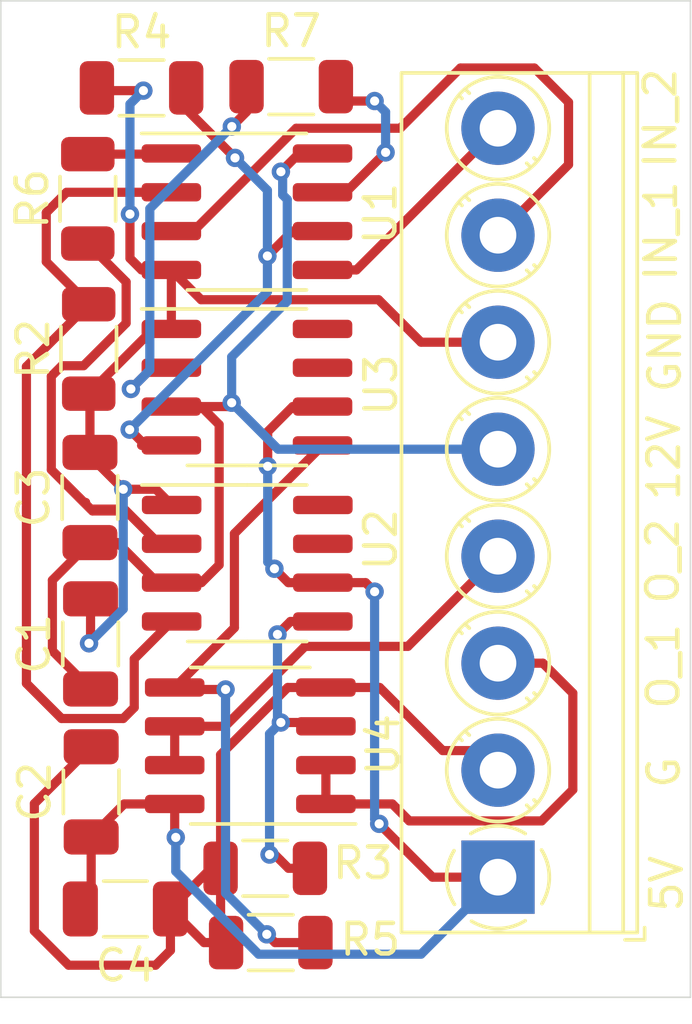
<source format=kicad_pcb>
(kicad_pcb (version 20221018) (generator pcbnew)
  (layers (0 "F.Cu" signal) (31 "B.Cu" signal) (34 "B.Paste" user) (35 "F.Paste" user) (36 "B.SilkS" user "B.Silkscreen") (37 "F.SilkS" user "F.Silkscreen") (38 "B.Mask" user) (39 "F.Mask" user) (44 "Edge.Cuts" user))
  (net 0 "")
  (net 1 "/12V_IN")
  (net 2 "GND")
  (net 3 "/5V(MCU)")
  (net 4 "GNDREF")
  (net 5 "/SIG_OUT_1")
  (net 6 "/SIG_OUT_2")
  (net 7 "/SIG_IN_1")
  (net 8 "/SIG_IN_2")
  (net 9 "Net-(U1A--)")
  (net 10 "Net-(U4A-+)")
  (net 11 "Net-(U1B--)")
  (net 12 "Net-(U4B-+)")
  (net 13 "Net-(R6-Pad1)")
  (net 14 "Net-(R6-Pad2)")
  (net 15 "Net-(R7-Pad1)")
  (net 16 "Net-(R7-Pad2)")
  (footprint "Package_SO:SOIC-8_3.9x4.9mm_P1.27mm" (layer "F.Cu") (at 75.23 54.54)
    (fp_text reference "U1" (at 4.37 0.06 90) (layer "F.SilkS"))
    (fp_text value "LM358")
    (fp_line (start 0 -2.56) (end -3.45 -2.56) (stroke (width 0.12)) (layer "F.SilkS"))
    (fp_line (start 0 -2.56) (end 1.95 -2.56) (stroke (width 0.12)) (layer "F.SilkS"))
    (fp_line (start 0 2.56) (end -1.95 2.56) (stroke (width 0.12)) (layer "F.SilkS"))
    (fp_line (start 0 2.56) (end 1.95 2.56) (stroke (width 0.12)) (layer "F.SilkS"))
    (pad "1" smd roundrect (at -2.475 -1.905) (size 1.95 0.6) (layers "F.Cu" "F.Paste" "F.Mask") (net 14 "Net-(R6-Pad2)"))
    (pad "2" smd roundrect (at -2.475 -0.635) (size 1.95 0.6) (layers "F.Cu" "F.Paste" "F.Mask") (net 9 "Net-(U1A--)"))
    (pad "3" smd roundrect (at -2.475 0.635) (size 1.95 0.6) (layers "F.Cu" "F.Paste" "F.Mask") (net 7 "/SIG_IN_1"))
    (pad "4" smd roundrect (at -2.475 1.905) (size 1.95 0.6) (layers "F.Cu" "F.Paste" "F.Mask") (net 2 "GND"))
    (pad "5" smd roundrect (at 2.475 1.905) (size 1.95 0.6) (layers "F.Cu" "F.Paste" "F.Mask") (net 8 "/SIG_IN_2"))
    (pad "6" smd roundrect (at 2.475 0.635) (size 1.95 0.6) (layers "F.Cu" "F.Paste" "F.Mask") (net 11 "Net-(U1B--)"))
    (pad "7" smd roundrect (at 2.475 -0.635) (size 1.95 0.6) (layers "F.Cu" "F.Paste" "F.Mask") (net 16 "Net-(R7-Pad2)"))
    (pad "8" smd roundrect (at 2.475 -1.905) (size 1.95 0.6) (layers "F.Cu" "F.Paste" "F.Mask") (net 1 "/12V_IN"))
  )
  (footprint "TerminalBlock_Phoenix:TerminalBlock_Phoenix_PT-1,5-8-3.5-H_1x08_P3.50mm_Horizontal" (layer "F.Cu") (at 83.45 76.31 90)
    (fp_text reference "J1" hide)
    (fp_text value "Screw_Terminal_01x08" hide)
    (fp_line (start -2.05 4.16) (end -2.05 4.8) (stroke (width 0.12)) (layer "F.SilkS"))
    (fp_line (start -2.05 4.8) (end -1.65 4.8) (stroke (width 0.12)) (layer "F.SilkS"))
    (fp_line (start -1.81 -3.16) (end -1.81 4.56) (stroke (width 0.12)) (layer "F.SilkS"))
    (fp_line (start -1.81 -3.16) (end 26.31 -3.16) (stroke (width 0.12)) (layer "F.SilkS"))
    (fp_line (start -1.81 3) (end 26.31 3) (stroke (width 0.12)) (layer "F.SilkS"))
    (fp_line (start -1.81 4.1) (end 26.31 4.1) (stroke (width 0.12)) (layer "F.SilkS"))
    (fp_line (start -1.81 4.56) (end 26.31 4.56) (stroke (width 0.12)) (layer "F.SilkS"))
    (fp_line (start 2.355 0.941) (end 2.226 1.069) (stroke (width 0.12)) (layer "F.SilkS"))
    (fp_line (start 2.525 1.181) (end 2.431 1.274) (stroke (width 0.12)) (layer "F.SilkS"))
    (fp_line (start 4.57 -1.275) (end 4.476 -1.181) (stroke (width 0.12)) (layer "F.SilkS"))
    (fp_line (start 4.775 -1.069) (end 4.646 -0.941) (stroke (width 0.12)) (layer "F.SilkS"))
    (fp_line (start 5.855 0.941) (end 5.726 1.069) (stroke (width 0.12)) (layer "F.SilkS"))
    (fp_line (start 6.025 1.181) (end 5.931 1.274) (stroke (width 0.12)) (layer "F.SilkS"))
    (fp_line (start 8.07 -1.275) (end 7.976 -1.181) (stroke (width 0.12)) (layer "F.SilkS"))
    (fp_line (start 8.275 -1.069) (end 8.146 -0.941) (stroke (width 0.12)) (layer "F.SilkS"))
    (fp_line (start 9.355 0.941) (end 9.226 1.069) (stroke (width 0.12)) (layer "F.SilkS"))
    (fp_line (start 9.525 1.181) (end 9.431 1.274) (stroke (width 0.12)) (layer "F.SilkS"))
    (fp_line (start 11.57 -1.275) (end 11.476 -1.181) (stroke (width 0.12)) (layer "F.SilkS"))
    (fp_line (start 11.775 -1.069) (end 11.646 -0.941) (stroke (width 0.12)) (layer "F.SilkS"))
    (fp_line (start 12.855 0.941) (end 12.726 1.069) (stroke (width 0.12)) (layer "F.SilkS"))
    (fp_line (start 13.025 1.181) (end 12.931 1.274) (stroke (width 0.12)) (layer "F.SilkS"))
    (fp_line (start 15.07 -1.275) (end 14.976 -1.181) (stroke (width 0.12)) (layer "F.SilkS"))
    (fp_line (start 15.275 -1.069) (end 15.146 -0.941) (stroke (width 0.12)) (layer "F.SilkS"))
    (fp_line (start 16.355 0.941) (end 16.226 1.069) (stroke (width 0.12)) (layer "F.SilkS"))
    (fp_line (start 16.525 1.181) (end 16.431 1.274) (stroke (width 0.12)) (layer "F.SilkS"))
    (fp_line (start 18.57 -1.275) (end 18.476 -1.181) (stroke (width 0.12)) (layer "F.SilkS"))
    (fp_line (start 18.775 -1.069) (end 18.646 -0.941) (stroke (width 0.12)) (layer "F.SilkS"))
    (fp_line (start 19.855 0.941) (end 19.726 1.069) (stroke (width 0.12)) (layer "F.SilkS"))
    (fp_line (start 20.025 1.181) (end 19.931 1.274) (stroke (width 0.12)) (layer "F.SilkS"))
    (fp_line (start 22.07 -1.275) (end 21.976 -1.181) (stroke (width 0.12)) (layer "F.SilkS"))
    (fp_line (start 22.275 -1.069) (end 22.146 -0.941) (stroke (width 0.12)) (layer "F.SilkS"))
    (fp_line (start 23.355 0.941) (end 23.226 1.069) (stroke (width 0.12)) (layer "F.SilkS"))
    (fp_line (start 23.525 1.181) (end 23.431 1.274) (stroke (width 0.12)) (layer "F.SilkS"))
    (fp_line (start 25.57 -1.275) (end 25.476 -1.181) (stroke (width 0.12)) (layer "F.SilkS"))
    (fp_line (start 25.775 -1.069) (end 25.646 -0.941) (stroke (width 0.12)) (layer "F.SilkS"))
    (fp_line (start 26.31 -3.16) (end 26.31 4.56) (stroke (width 0.12)) (layer "F.SilkS"))
    (fp_arc (start -1.425358 0.889894) (mid -1.680286 0.014012) (end -1.44 -0.866) (stroke (width 0.12)) (layer "F.SilkS"))
    (fp_arc (start -0.889894 -1.425358) (mid -0.014012 -1.680286) (end 0.866 -1.44) (stroke (width 0.12)) (layer "F.SilkS"))
    (fp_arc (start 0.028674 1.680099) (mid -0.435535 1.622918) (end -0.866 1.44) (stroke (width 0.12)) (layer "F.SilkS"))
    (fp_arc (start 0.890264 1.424721) (mid 0.463071 1.61492) (end 0 1.68) (stroke (width 0.12)) (layer "F.SilkS"))
    (fp_arc (start 1.425504 -0.890193) (mid 1.680626 0.000476) (end 1.425 0.891) (stroke (width 0.12)) (layer "F.SilkS"))
    (fp_circle (center 3.5 0) (end 5.18 0) (stroke (width 0.12)) (fill none) (layer "F.SilkS"))
    (fp_circle (center 7 0) (end 8.68 0) (stroke (width 0.12)) (fill none) (layer "F.SilkS"))
    (fp_circle (center 10.5 0) (end 12.18 0) (stroke (width 0.12)) (fill none) (layer "F.SilkS"))
    (fp_circle (center 14 0) (end 15.68 0) (stroke (width 0.12)) (fill none) (layer "F.SilkS"))
    (fp_circle (center 17.5 0) (end 19.18 0) (stroke (width 0.12)) (fill none) (layer "F.SilkS"))
    (fp_circle (center 21 0) (end 22.68 0) (stroke (width 0.12)) (fill none) (layer "F.SilkS"))
    (fp_circle (center 24.5 0) (end 26.18 0) (stroke (width 0.12)) (fill none) (layer "F.SilkS"))
    (pad "1" thru_hole rect (at 0 0 90) (size 2.4 2.4) (drill 1.2) (layers "*.Cu" "*.Mask") (net 3 "/5V(MCU)"))
    (pad "2" thru_hole circle (at 3.5 0 90) (size 2.4 2.4) (drill 1.2) (layers "*.Cu" "*.Mask") (net 4 "GNDREF"))
    (pad "3" thru_hole circle (at 7 0 90) (size 2.4 2.4) (drill 1.2) (layers "*.Cu" "*.Mask") (net 5 "/SIG_OUT_1"))
    (pad "4" thru_hole circle (at 10.5 0 90) (size 2.4 2.4) (drill 1.2) (layers "*.Cu" "*.Mask") (net 6 "/SIG_OUT_2"))
    (pad "5" thru_hole circle (at 14 0 90) (size 2.4 2.4) (drill 1.2) (layers "*.Cu" "*.Mask") (net 1 "/12V_IN"))
    (pad "6" thru_hole circle (at 17.5 0 90) (size 2.4 2.4) (drill 1.2) (layers "*.Cu" "*.Mask") (net 2 "GND"))
    (pad "7" thru_hole circle (at 21 0 90) (size 2.4 2.4) (drill 1.2) (layers "*.Cu" "*.Mask") (net 7 "/SIG_IN_1"))
    (pad "8" thru_hole circle (at 24.5 0 90) (size 2.4 2.4) (drill 1.2) (layers "*.Cu" "*.Mask") (net 8 "/SIG_IN_2"))
  )
  (footprint "Package_SO:SOIC-8_3.9x4.9mm_P1.27mm" (layer "F.Cu") (at 75.34 72.01 180)
    (fp_text reference "U4" (at -4.35 0.03 90) (layer "F.SilkS"))
    (fp_text value "LM358")
    (fp_line (start 0 -2.56) (end -3.45 -2.56) (stroke (width 0.12)) (layer "F.SilkS"))
    (fp_line (start 0 -2.56) (end 1.95 -2.56) (stroke (width 0.12)) (layer "F.SilkS"))
    (fp_line (start 0 2.56) (end -1.95 2.56) (stroke (width 0.12)) (layer "F.SilkS"))
    (fp_line (start 0 2.56) (end 1.95 2.56) (stroke (width 0.12)) (layer "F.SilkS"))
    (pad "1" smd roundrect (at -2.475 -1.905 180) (size 1.95 0.6) (layers "F.Cu" "F.Paste" "F.Mask") (net 5 "/SIG_OUT_1"))
    (pad "2" smd roundrect (at -2.475 -0.635 180) (size 1.95 0.6) (layers "F.Cu" "F.Paste" "F.Mask") (net 5 "/SIG_OUT_1"))
    (pad "3" smd roundrect (at -2.475 0.635 180) (size 1.95 0.6) (layers "F.Cu" "F.Paste" "F.Mask") (net 10 "Net-(U4A-+)"))
    (pad "4" smd roundrect (at -2.475 1.905 180) (size 1.95 0.6) (layers "F.Cu" "F.Paste" "F.Mask") (net 4 "GNDREF"))
    (pad "5" smd roundrect (at 2.475 1.905 180) (size 1.95 0.6) (layers "F.Cu" "F.Paste" "F.Mask") (net 12 "Net-(U4B-+)"))
    (pad "6" smd roundrect (at 2.475 0.635 180) (size 1.95 0.6) (layers "F.Cu" "F.Paste" "F.Mask") (net 6 "/SIG_OUT_2"))
    (pad "7" smd roundrect (at 2.475 -0.635 180) (size 1.95 0.6) (layers "F.Cu" "F.Paste" "F.Mask") (net 6 "/SIG_OUT_2"))
    (pad "8" smd roundrect (at 2.475 -1.905 180) (size 1.95 0.6) (layers "F.Cu" "F.Paste" "F.Mask") (net 3 "/5V(MCU)"))
  )
  (footprint "Package_SO:SOIC-8_3.9x4.9mm_P1.27mm" (layer "F.Cu") (at 75.23 60.28)
    (fp_text reference "U3" (at 4.39 -0.07 90) (layer "F.SilkS"))
    (fp_text value "IL300")
    (fp_line (start 0 -2.56) (end -3.45 -2.56) (stroke (width 0.12)) (layer "F.SilkS"))
    (fp_line (start 0 -2.56) (end 1.95 -2.56) (stroke (width 0.12)) (layer "F.SilkS"))
    (fp_line (start 0 2.56) (end -1.95 2.56) (stroke (width 0.12)) (layer "F.SilkS"))
    (fp_line (start 0 2.56) (end 1.95 2.56) (stroke (width 0.12)) (layer "F.SilkS"))
    (pad "1" smd roundrect (at -2.475 -1.905) (size 1.95 0.6) (layers "F.Cu" "F.Paste" "F.Mask") (net 2 "GND"))
    (pad "2" smd roundrect (at -2.475 -0.635) (size 1.95 0.6) (layers "F.Cu" "F.Paste" "F.Mask") (net 15 "Net-(R7-Pad1)"))
    (pad "3" smd roundrect (at -2.475 0.635) (size 1.95 0.6) (layers "F.Cu" "F.Paste" "F.Mask") (net 1 "/12V_IN"))
    (pad "4" smd roundrect (at -2.475 1.905) (size 1.95 0.6) (layers "F.Cu" "F.Paste" "F.Mask") (net 11 "Net-(U1B--)"))
    (pad "5" smd roundrect (at 2.475 1.905) (size 1.95 0.6) (layers "F.Cu" "F.Paste" "F.Mask") (net 12 "Net-(U4B-+)"))
    (pad "6" smd roundrect (at 2.475 0.635) (size 1.95 0.6) (layers "F.Cu" "F.Paste" "F.Mask") (net 3 "/5V(MCU)"))
    (pad "7" smd roundrect (at 2.475 -0.635) (size 1.95 0.6) (layers "F.Cu" "F.Paste" "F.Mask"))
    (pad "8" smd roundrect (at 2.475 -1.905) (size 1.95 0.6) (layers "F.Cu" "F.Paste" "F.Mask"))
  )
  (footprint "Resistor_SMD:R_1206_3216Metric" (layer "F.Cu") (at 70.05 59.03 90)
    (fp_text reference "R2" (at 0 -1.82 90) (layer "F.SilkS"))
    (fp_text value "18k")
    (fp_line (start -0.727064 -0.91) (end 0.727064 -0.91) (stroke (width 0.12)) (layer "F.SilkS"))
    (fp_line (start -0.727064 0.91) (end 0.727064 0.91) (stroke (width 0.12)) (layer "F.SilkS"))
    (pad "1" smd roundrect (at -1.4625 0 90) (size 1.125 1.75) (layers "F.Cu" "F.Paste" "F.Mask") (roundrect_rratio 0.222222) (net 2 "GND"))
    (pad "2" smd roundrect (at 1.4625 0 90) (size 1.125 1.75) (layers "F.Cu" "F.Paste" "F.Mask") (roundrect_rratio 0.222222) (net 9 "Net-(U1A--)"))
  )
  (footprint "Capacitor_SMD:C_1206_3216Metric" (layer "F.Cu") (at 70.13 73.52 90)
    (fp_text reference "C2" (at 0 -1.85 90) (layer "F.SilkS"))
    (fp_text value "0.1")
    (fp_line (start -0.711252 -0.91) (end 0.711252 -0.91) (stroke (width 0.12)) (layer "F.SilkS"))
    (fp_line (start -0.711252 0.91) (end 0.711252 0.91) (stroke (width 0.12)) (layer "F.SilkS"))
    (pad "1" smd roundrect (at -1.475 0 90) (size 1.15 1.8) (layers "F.Cu" "F.Paste" "F.Mask") (roundrect_rratio 0.217391) (net 3 "/5V(MCU)"))
    (pad "2" smd roundrect (at 1.475 0 90) (size 1.15 1.8) (layers "F.Cu" "F.Paste" "F.Mask") (roundrect_rratio 0.217391) (net 4 "GNDREF"))
  )
  (footprint "Capacitor_SMD:C_1206_3216Metric" (layer "F.Cu") (at 70.11 68.68 90)
    (fp_text reference "C1" (at 0 -1.85 90) (layer "F.SilkS"))
    (fp_text value "0.1")
    (fp_line (start -0.711252 -0.91) (end 0.711252 -0.91) (stroke (width 0.12)) (layer "F.SilkS"))
    (fp_line (start -0.711252 0.91) (end 0.711252 0.91) (stroke (width 0.12)) (layer "F.SilkS"))
    (pad "1" smd roundrect (at -1.475 0 90) (size 1.15 1.8) (layers "F.Cu" "F.Paste" "F.Mask") (roundrect_rratio 0.217391) (net 1 "/12V_IN"))
    (pad "2" smd roundrect (at 1.475 0 90) (size 1.15 1.8) (layers "F.Cu" "F.Paste" "F.Mask") (roundrect_rratio 0.217391) (net 2 "GND"))
  )
  (footprint "Resistor_SMD:R_1206_3216Metric" (layer "F.Cu") (at 76.01 78.45)
    (fp_text reference "R5" (at 3.26 -0.1) (layer "F.SilkS"))
    (fp_text value "18k")
    (fp_line (start -0.727064 -0.91) (end 0.727064 -0.91) (stroke (width 0.12)) (layer "F.SilkS"))
    (fp_line (start -0.727064 0.91) (end 0.727064 0.91) (stroke (width 0.12)) (layer "F.SilkS"))
    (pad "1" smd roundrect (at -1.4625 0) (size 1.125 1.75) (layers "F.Cu" "F.Paste" "F.Mask") (roundrect_rratio 0.222222) (net 4 "GNDREF"))
    (pad "2" smd roundrect (at 1.4625 0) (size 1.125 1.75) (layers "F.Cu" "F.Paste" "F.Mask") (roundrect_rratio 0.222222) (net 12 "Net-(U4B-+)"))
  )
  (footprint "Capacitor_SMD:C_1206_3216Metric" (layer "F.Cu") (at 70.09 63.89 90)
    (fp_text reference "C3" (at 0 -1.85 90) (layer "F.SilkS"))
    (fp_text value "0.1")
    (fp_line (start -0.711252 -0.91) (end 0.711252 -0.91) (stroke (width 0.12)) (layer "F.SilkS"))
    (fp_line (start -0.711252 0.91) (end 0.711252 0.91) (stroke (width 0.12)) (layer "F.SilkS"))
    (pad "1" smd roundrect (at -1.475 0 90) (size 1.15 1.8) (layers "F.Cu" "F.Paste" "F.Mask") (roundrect_rratio 0.217391) (net 1 "/12V_IN"))
    (pad "2" smd roundrect (at 1.475 0 90) (size 1.15 1.8) (layers "F.Cu" "F.Paste" "F.Mask") (roundrect_rratio 0.217391) (net 2 "GND"))
  )
  (footprint "Capacitor_SMD:C_1206_3216Metric" (layer "F.Cu") (at 71.25 77.35 180)
    (fp_text reference "C4" (at 0 -1.85) (layer "F.SilkS"))
    (fp_text value "0.1")
    (fp_line (start -0.711252 -0.91) (end 0.711252 -0.91) (stroke (width 0.12)) (layer "F.SilkS"))
    (fp_line (start -0.711252 0.91) (end 0.711252 0.91) (stroke (width 0.12)) (layer "F.SilkS"))
    (pad "1" smd roundrect (at -1.475 0 180) (size 1.15 1.8) (layers "F.Cu" "F.Paste" "F.Mask") (roundrect_rratio 0.217391) (net 4 "GNDREF"))
    (pad "2" smd roundrect (at 1.475 0 180) (size 1.15 1.8) (layers "F.Cu" "F.Paste" "F.Mask") (roundrect_rratio 0.217391) (net 3 "/5V(MCU)"))
  )
  (footprint "Package_SO:SOIC-8_3.9x4.9mm_P1.27mm" (layer "F.Cu") (at 75.24 66.04)
    (fp_text reference "U2" (at 4.37 -0.77 90) (layer "F.SilkS"))
    (fp_text value "IL300")
    (fp_line (start 0 -2.56) (end -3.45 -2.56) (stroke (width 0.12)) (layer "F.SilkS"))
    (fp_line (start 0 -2.56) (end 1.95 -2.56) (stroke (width 0.12)) (layer "F.SilkS"))
    (fp_line (start 0 2.56) (end -1.95 2.56) (stroke (width 0.12)) (layer "F.SilkS"))
    (fp_line (start 0 2.56) (end 1.95 2.56) (stroke (width 0.12)) (layer "F.SilkS"))
    (pad "1" smd roundrect (at -2.475 -1.905) (size 1.95 0.6) (layers "F.Cu" "F.Paste" "F.Mask") (net 2 "GND"))
    (pad "2" smd roundrect (at -2.475 -0.635) (size 1.95 0.6) (layers "F.Cu" "F.Paste" "F.Mask") (net 13 "Net-(R6-Pad1)"))
    (pad "3" smd roundrect (at -2.475 0.635) (size 1.95 0.6) (layers "F.Cu" "F.Paste" "F.Mask") (net 1 "/12V_IN"))
    (pad "4" smd roundrect (at -2.475 1.905) (size 1.95 0.6) (layers "F.Cu" "F.Paste" "F.Mask") (net 9 "Net-(U1A--)"))
    (pad "5" smd roundrect (at 2.475 1.905) (size 1.95 0.6) (layers "F.Cu" "F.Paste" "F.Mask") (net 10 "Net-(U4A-+)"))
    (pad "6" smd roundrect (at 2.475 0.635) (size 1.95 0.6) (layers "F.Cu" "F.Paste" "F.Mask") (net 3 "/5V(MCU)"))
    (pad "7" smd roundrect (at 2.475 -0.635) (size 1.95 0.6) (layers "F.Cu" "F.Paste" "F.Mask"))
    (pad "8" smd roundrect (at 2.475 -1.905) (size 1.95 0.6) (layers "F.Cu" "F.Paste" "F.Mask"))
  )
  (footprint "Resistor_SMD:R_1206_3216Metric" (layer "F.Cu") (at 76.68 50.45)
    (fp_text reference "R7" (at 0 -1.82) (layer "F.SilkS"))
    (fp_text value "100R")
    (fp_line (start -0.727064 -0.91) (end 0.727064 -0.91) (stroke (width 0.12)) (layer "F.SilkS"))
    (fp_line (start -0.727064 0.91) (end 0.727064 0.91) (stroke (width 0.12)) (layer "F.SilkS"))
    (pad "1" smd roundrect (at -1.4625 0) (size 1.125 1.75) (layers "F.Cu" "F.Paste" "F.Mask") (roundrect_rratio 0.222222) (net 15 "Net-(R7-Pad1)"))
    (pad "2" smd roundrect (at 1.4625 0) (size 1.125 1.75) (layers "F.Cu" "F.Paste" "F.Mask") (roundrect_rratio 0.222222) (net 16 "Net-(R7-Pad2)"))
  )
  (footprint "Resistor_SMD:R_1206_3216Metric" (layer "F.Cu") (at 71.78 50.49)
    (fp_text reference "R4" (at 0 -1.82) (layer "F.SilkS"))
    (fp_text value "18k")
    (fp_line (start -0.727064 -0.91) (end 0.727064 -0.91) (stroke (width 0.12)) (layer "F.SilkS"))
    (fp_line (start -0.727064 0.91) (end 0.727064 0.91) (stroke (width 0.12)) (layer "F.SilkS"))
    (pad "1" smd roundrect (at -1.4625 0) (size 1.125 1.75) (layers "F.Cu" "F.Paste" "F.Mask") (roundrect_rratio 0.222222) (net 2 "GND"))
    (pad "2" smd roundrect (at 1.4625 0) (size 1.125 1.75) (layers "F.Cu" "F.Paste" "F.Mask") (roundrect_rratio 0.222222) (net 11 "Net-(U1B--)"))
  )
  (footprint "Resistor_SMD:R_1206_3216Metric" (layer "F.Cu") (at 70.02 54.12 90)
    (fp_text reference "R6" (at 0 -1.82 90) (layer "F.SilkS"))
    (fp_text value "100R")
    (fp_line (start -0.727064 -0.91) (end 0.727064 -0.91) (stroke (width 0.12)) (layer "F.SilkS"))
    (fp_line (start -0.727064 0.91) (end 0.727064 0.91) (stroke (width 0.12)) (layer "F.SilkS"))
    (pad "1" smd roundrect (at -1.4625 0 90) (size 1.125 1.75) (layers "F.Cu" "F.Paste" "F.Mask") (roundrect_rratio 0.222222) (net 13 "Net-(R6-Pad1)"))
    (pad "2" smd roundrect (at 1.4625 0 90) (size 1.125 1.75) (layers "F.Cu" "F.Paste" "F.Mask") (roundrect_rratio 0.222222) (net 14 "Net-(R6-Pad2)"))
  )
  (footprint "Resistor_SMD:R_1206_3216Metric" (layer "F.Cu") (at 75.83 76.02)
    (fp_text reference "R3" (at 3.2 -0.17) (layer "F.SilkS"))
    (fp_text value "18k")
    (fp_line (start -0.727064 -0.91) (end 0.727064 -0.91) (stroke (width 0.12)) (layer "F.SilkS"))
    (fp_line (start -0.727064 0.91) (end 0.727064 0.91) (stroke (width 0.12)) (layer "F.SilkS"))
    (pad "1" smd roundrect (at -1.4625 0) (size 1.125 1.75) (layers "F.Cu" "F.Paste" "F.Mask") (roundrect_rratio 0.222222) (net 4 "GNDREF"))
    (pad "2" smd roundrect (at 1.4625 0) (size 1.125 1.75) (layers "F.Cu" "F.Paste" "F.Mask") (roundrect_rratio 0.222222) (net 10 "Net-(U4A-+)"))
  )
  (gr_rect (start 67.17 47.64) (end 89.75 80.24) (stroke (width 0.05)) (fill none) (layer "Edge.Cuts"))
  (gr_text "12V" (at 89.47 64.07 90) (layer "F.SilkS") (effects (font (size 1 1)) (justify left bottom)))
  (gr_text "GND" (at 89.5 60.54 90) (layer "F.SilkS") (effects (font (size 1 1)) (justify left bottom)))
  (gr_text "O_2" (at 89.43 67.45 90) (layer "F.SilkS") (effects (font (size 1 1)) (justify left bottom)))
  (gr_text "5V" (at 89.56 77.53 90) (layer "F.SilkS") (effects (font (size 1 1)) (justify left bottom)))
  (gr_text "IN_2" (at 89.35 53.2 90) (layer "F.SilkS") (effects (font (size 1 1)) (justify left bottom)))
  (gr_text "O_1" (at 89.45 70.89 90) (layer "F.SilkS") (effects (font (size 1 1)) (justify left bottom)))
  (gr_text "IN_1" (at 89.37 56.89 90) (layer "F.SilkS") (effects (font (size 1 1)) (justify left bottom)))
  (gr_text "G" (at 89.47 73.48 90) (layer "F.SilkS") (effects (font (size 1 1)) (justify left bottom)))
  (segment (start 70.09 65.365) (end 70.99 65.365) (width 0.3) (layer "F.Cu") (net 1))
  (segment (start 74.32 61.505001) (end 74.32 66.094999) (width 0.3) (layer "F.Cu") (net 1))
  (segment (start 74.32 66.094999) (end 73.739999 66.675) (width 0.3) (layer "F.Cu") (net 1))
  (segment (start 76.937978 52.635) (end 76.341489 53.231489) (width 0.3) (layer "F.Cu") (net 1))
  (segment (start 73.729999 60.915) (end 74.32 61.505001) (width 0.3) (layer "F.Cu") (net 1))
  (segment (start 77.705 52.635) (end 76.937978 52.635) (width 0.3) (layer "F.Cu") (net 1))
  (segment (start 72.3 66.675) (end 72.765 66.675) (width 0.3) (layer "F.Cu") (net 1))
  (segment (start 68.86 68.905) (end 68.86 66.595) (width 0.3) (layer "F.Cu") (net 1))
  (segment (start 70.11 70.155) (end 68.86 68.905) (width 0.3) (layer "F.Cu") (net 1))
  (segment (start 70.99 65.365) (end 72.3 66.675) (width 0.3) (layer "F.Cu") (net 1))
  (segment (start 74.605 60.915) (end 72.755 60.915) (width 0.3) (layer "F.Cu") (net 1))
  (segment (start 68.86 66.595) (end 70.09 65.365) (width 0.3) (layer "F.Cu") (net 1))
  (segment (start 74.73 60.79) (end 74.605 60.915) (width 0.3) (layer "F.Cu") (net 1))
  (segment (start 73.739999 66.675) (end 72.765 66.675) (width 0.3) (layer "F.Cu") (net 1))
  (segment (start 72.755 60.915) (end 73.729999 60.915) (width 0.3) (layer "F.Cu") (net 1))
  (via (at 74.73 60.79) (size 0.6) (drill 0.3) (layers "F.Cu" "B.Cu") (net 1))
  (via (at 76.341489 53.231489) (size 0.6) (drill 0.3) (layers "F.Cu" "B.Cu") (net 1))
  (segment (start 76.55 57.47) (end 76.55 54.14) (width 0.3) (layer "B.Cu") (net 1))
  (segment (start 74.73 59.29) (end 76.55 57.47) (width 0.3) (layer "B.Cu") (net 1))
  (segment (start 76.25 62.31) (end 83.45 62.31) (width 0.3) (layer "B.Cu") (net 1))
  (segment (start 76.55 54.14) (end 76.4 53.99) (width 0.3) (layer "B.Cu") (net 1))
  (segment (start 74.73 60.79) (end 74.73 59.29) (width 0.3) (layer "B.Cu") (net 1))
  (segment (start 76.4 53.99) (end 76.4 53.29) (width 0.3) (layer "B.Cu") (net 1))
  (segment (start 74.73 60.79) (end 76.25 62.31) (width 0.3) (layer "B.Cu") (net 1))
  (segment (start 76.4 53.29) (end 76.341489 53.231489) (width 0.3) (layer "B.Cu") (net 1))
  (segment (start 71.985792 64.135) (end 72.765 64.135) (width 0.3) (layer "F.Cu") (net 2))
  (segment (start 72.755 56.445) (end 71.780001 56.445) (width 0.3) (layer "F.Cu") (net 2))
  (segment (start 71.18 63.62) (end 72.25 63.62) (width 0.3) (layer "F.Cu") (net 2))
  (segment (start 79.54 57.42) (end 80.93 58.81) (width 0.3) (layer "F.Cu") (net 2))
  (segment (start 70.11 68.61) (end 70.06 68.66) (width 0.3) (layer "F.Cu") (net 2))
  (segment (start 72.755 58.375) (end 72.755 56.445) (width 0.3) (layer "F.Cu") (net 2))
  (segment (start 70.09 62.415) (end 70.09 62.53) (width 0.3) (layer "F.Cu") (net 2))
  (segment (start 70.4075 50.58) (end 70.3175 50.49) (width 0.3) (layer "F.Cu") (net 2))
  (segment (start 71.84 50.58) (end 70.4075 50.58) (width 0.3) (layer "F.Cu") (net 2))
  (segment (start 70.11 67.205) (end 70.11 68.61) (width 0.3) (layer "F.Cu") (net 2))
  (segment (start 73.73 57.42) (end 79.54 57.42) (width 0.3) (layer "F.Cu") (net 2))
  (segment (start 72.755 56.445) (end 73.73 57.42) (width 0.3) (layer "F.Cu") (net 2))
  (segment (start 71.4 56.064999) (end 71.4 54.62) (width 0.3) (layer "F.Cu") (net 2))
  (segment (start 80.93 58.81) (end 83.45 58.81) (width 0.3) (layer "F.Cu") (net 2))
  (segment (start 72.25 63.62) (end 72.765 64.135) (width 0.3) (layer "F.Cu") (net 2))
  (segment (start 71.780001 56.445) (end 71.4 56.064999) (width 0.3) (layer "F.Cu") (net 2))
  (segment (start 70.09 62.53) (end 71.18 63.62) (width 0.3) (layer "F.Cu") (net 2))
  (segment (start 70.09 62.415) (end 70.09 60.5325) (width 0.3) (layer "F.Cu") (net 2))
  (segment (start 72.1675 58.375) (end 72.755 58.375) (width 0.3) (layer "F.Cu") (net 2))
  (segment (start 70.05 60.4925) (end 72.1675 58.375) (width 0.3) (layer "F.Cu") (net 2))
  (segment (start 70.09 60.5325) (end 70.05 60.4925) (width 0.3) (layer "F.Cu") (net 2))
  (via (at 71.18 63.62) (size 0.6) (drill 0.3) (layers "F.Cu" "B.Cu") (net 2))
  (via (at 71.4 54.62) (size 0.6) (drill 0.3) (layers "F.Cu" "B.Cu") (net 2))
  (via (at 71.84 50.58) (size 0.6) (drill 0.3) (layers "F.Cu" "B.Cu") (net 2))
  (via (at 70.06 68.66) (size 0.6) (drill 0.3) (layers "F.Cu" "B.Cu") (net 2))
  (segment (start 71.18 63.62) (end 71.18 67.54) (width 0.3) (layer "B.Cu") (net 2))
  (segment (start 71.4 51.02) (end 71.84 50.58) (width 0.3) (layer "B.Cu") (net 2))
  (segment (start 71.18 67.54) (end 70.06 68.66) (width 0.3) (layer "B.Cu") (net 2))
  (segment (start 71.4 54.62) (end 71.4 51.02) (width 0.3) (layer "B.Cu") (net 2))
  (segment (start 76.585 66.675) (end 76.13 66.22) (width 0.3) (layer "F.Cu") (net 3))
  (segment (start 77.705 60.915) (end 76.730001 60.915) (width 0.3) (layer "F.Cu") (net 3))
  (segment (start 76.730001 60.915) (end 75.91 61.735001) (width 0.3) (layer "F.Cu") (net 3))
  (segment (start 75.91 61.735001) (end 75.91 62.87) (width 0.3) (layer "F.Cu") (net 3))
  (segment (start 72.865 74.975) (end 72.9 75.01) (width 0.3) (layer "F.Cu") (net 3))
  (segment (start 72.865 73.915) (end 71.21 73.915) (width 0.3) (layer "F.Cu") (net 3))
  (segment (start 77.715 66.675) (end 79.115 66.675) (width 0.3) (layer "F.Cu") (net 3))
  (segment (start 70.13 76.995) (end 69.775 77.35) (width 0.3) (layer "F.Cu") (net 3))
  (segment (start 79.115 66.675) (end 79.41 66.97) (width 0.3) (layer "F.Cu") (net 3))
  (segment (start 71.21 73.915) (end 70.13 74.995) (width 0.3) (layer "F.Cu") (net 3))
  (segment (start 72.865 73.915) (end 72.865 74.975) (width 0.3) (layer "F.Cu") (net 3))
  (segment (start 77.715 66.675) (end 76.585 66.675) (width 0.3) (layer "F.Cu") (net 3))
  (segment (start 81.305 76.31) (end 83.45 76.31) (width 0.3) (layer "F.Cu") (net 3))
  (segment (start 79.56 74.565) (end 81.305 76.31) (width 0.3) (layer "F.Cu") (net 3))
  (segment (start 70.13 74.995) (end 70.13 76.995) (width 0.3) (layer "F.Cu") (net 3))
  (via (at 79.41 66.97) (size 0.6) (drill 0.3) (layers "F.Cu" "B.Cu") (net 3))
  (via (at 72.9 75.01) (size 0.6) (drill 0.3) (layers "F.Cu" "B.Cu") (net 3))
  (via (at 79.56 74.565) (size 0.6) (drill 0.3) (layers "F.Cu" "B.Cu") (net 3))
  (via (at 75.91 62.87) (size 0.6) (drill 0.3) (layers "F.Cu" "B.Cu") (net 3))
  (via (at 76.13 66.22) (size 0.6) (drill 0.3) (layers "F.Cu" "B.Cu") (net 3))
  (segment (start 72.9 76.119239) (end 75.610761 78.83) (width 0.3) (layer "B.Cu") (net 3))
  (segment (start 79.41 74.415) (end 79.41 66.97) (width 0.3) (layer "B.Cu") (net 3))
  (segment (start 75.91 62.87) (end 75.91 66) (width 0.3) (layer "B.Cu") (net 3))
  (segment (start 75.91 66) (end 76.13 66.22) (width 0.3) (layer "B.Cu") (net 3))
  (segment (start 72.9 75.01) (end 72.9 76.119239) (width 0.3) (layer "B.Cu") (net 3))
  (segment (start 80.93 78.83) (end 83.45 76.31) (width 0.3) (layer "B.Cu") (net 3))
  (segment (start 79.56 74.565) (end 79.41 74.415) (width 0.3) (layer "B.Cu") (net 3))
  (segment (start 75.610761 78.83) (end 80.93 78.83) (width 0.3) (layer "B.Cu") (net 3))
  (segment (start 76.565761 70.105) (end 77.815 70.105) (width 0.3) (layer "F.Cu") (net 4))
  (segment (start 74.3675 72.303262) (end 76.565761 70.105) (width 0.3) (layer "F.Cu") (net 4))
  (segment (start 74.5475 78.45) (end 73.825 78.45) (width 0.3) (layer "F.Cu") (net 4))
  (segment (start 68.27 78.07) (end 69.39 79.19) (width 0.3) (layer "F.Cu") (net 4))
  (segment (start 73.825 78.45) (end 72.725 77.35) (width 0.3) (layer "F.Cu") (net 4))
  (segment (start 83.45 72.81) (end 82.81 72.17) (width 0.3) (layer "F.Cu") (net 4))
  (segment (start 70.13 72.045) (end 68.27 73.905) (width 0.3) (layer "F.Cu") (net 4))
  (segment (start 68.27 73.905) (end 68.27 78.07) (width 0.3) (layer "F.Cu") (net 4))
  (segment (start 69.39 79.19) (end 72.24 79.19) (width 0.3) (layer "F.Cu") (net 4))
  (segment (start 79.575 70.105) (end 77.815 70.105) (width 0.3) (layer "F.Cu") (net 4))
  (segment (start 72.725 78.705) (end 72.24 79.19) (width 0.3) (layer "F.Cu") (net 4))
  (segment (start 82.81 72.17) (end 81.64 72.17) (width 0.3) (layer "F.Cu") (net 4))
  (segment (start 81.64 72.17) (end 79.575 70.105) (width 0.3) (layer "F.Cu") (net 4))
  (segment (start 74.055 76.02) (end 72.725 77.35) (width 0.3) (layer "F.Cu") (net 4))
  (segment (start 74.3675 78.27) (end 74.5475 78.45) (width 0.3) (layer "F.Cu") (net 4))
  (segment (start 74.3675 76.02) (end 74.3675 78.27) (width 0.3) (layer "F.Cu") (net 4))
  (segment (start 74.3675 76.02) (end 74.3675 72.303262) (width 0.3) (layer "F.Cu") (net 4))
  (segment (start 72.725 77.35) (end 72.725 78.705) (width 0.3) (layer "F.Cu") (net 4))
  (segment (start 74.3675 76.02) (end 74.055 76.02) (width 0.3) (layer "F.Cu") (net 4))
  (segment (start 83.45 69.31) (end 84.92 69.31) (width 0.3) (layer "F.Cu") (net 5))
  (segment (start 85.9 70.29) (end 85.9 73.45) (width 0.3) (layer "F.Cu") (net 5))
  (segment (start 84.88 74.47) (end 80.545 74.47) (width 0.3) (layer "F.Cu") (net 5))
  (segment (start 85.9 73.45) (end 84.88 74.47) (width 0.3) (layer "F.Cu") (net 5))
  (segment (start 79.99 73.915) (end 77.815 73.915) (width 0.3) (layer "F.Cu") (net 5))
  (segment (start 77.815 73.915) (end 77.815 72.645) (width 0.3) (layer "F.Cu") (net 5))
  (segment (start 84.92 69.31) (end 85.9 70.29) (width 0.3) (layer "F.Cu") (net 5))
  (segment (start 80.545 74.47) (end 79.99 73.915) (width 0.3) (layer "F.Cu") (net 5))
  (segment (start 74.515 71.375) (end 77.13 68.76) (width 0.3) (layer "F.Cu") (net 6))
  (segment (start 77.13 68.76) (end 80.5 68.76) (width 0.3) (layer "F.Cu") (net 6))
  (segment (start 72.865 71.375) (end 74.515 71.375) (width 0.3) (layer "F.Cu") (net 6))
  (segment (start 72.865 71.375) (end 72.865 72.645) (width 0.3) (layer "F.Cu") (net 6))
  (segment (start 80.5 68.76) (end 83.45 65.81) (width 0.3) (layer "F.Cu") (net 6))
  (segment (start 76.843738 51.81) (end 73.478738 55.175) (width 0.3) (layer "F.Cu") (net 7))
  (segment (start 85.76 53) (end 85.76 50.96) (width 0.3) (layer "F.Cu") (net 7))
  (segment (start 80.25 51.81) (end 76.843738 51.81) (width 0.3) (layer "F.Cu") (net 7))
  (segment (start 85.76 50.96) (end 84.64 49.84) (width 0.3) (layer "F.Cu") (net 7))
  (segment (start 84.64 49.84) (end 82.22 49.84) (width 0.3) (layer "F.Cu") (net 7))
  (segment (start 83.45 55.31) (end 85.76 53) (width 0.3) (layer "F.Cu") (net 7))
  (segment (start 82.22 49.84) (end 80.25 51.81) (width 0.3) (layer "F.Cu") (net 7))
  (segment (start 73.478738 55.175) (end 72.755 55.175) (width 0.3) (layer "F.Cu") (net 7))
  (segment (start 83.45 51.81) (end 78.815 56.445) (width 0.3) (layer "F.Cu") (net 8))
  (segment (start 78.815 56.445) (end 77.705 56.445) (width 0.3) (layer "F.Cu") (net 8))
  (segment (start 71.18 71.12) (end 71.54 70.76) (width 0.3) (layer "F.Cu") (net 9))
  (segment (start 71.54 70.76) (end 71.54 69.17) (width 0.3) (layer "F.Cu") (net 9))
  (segment (start 69.16 71.12) (end 71.18 71.12) (width 0.3) (layer "F.Cu") (net 9))
  (segment (start 68.66 56.1775) (end 68.66 54.57) (width 0.3) (layer "F.Cu") (net 9))
  (segment (start 68.01 69.97) (end 69.16 71.12) (width 0.3) (layer "F.Cu") (net 9))
  (segment (start 70.05 57.5675) (end 68.01 59.6075) (width 0.3) (layer "F.Cu") (net 9))
  (segment (start 71.54 69.17) (end 72.765 67.945) (width 0.3) (layer "F.Cu") (net 9))
  (segment (start 68.01 59.6075) (end 68.01 69.97) (width 0.3) (layer "F.Cu") (net 9))
  (segment (start 72.755 53.905) (end 69.325 53.905) (width 0.3) (layer "F.Cu") (net 9))
  (segment (start 70.05 57.5675) (end 68.66 56.1775) (width 0.3) (layer "F.Cu") (net 9))
  (segment (start 69.325 53.905) (end 68.66 54.57) (width 0.3) (layer "F.Cu") (net 9))
  (segment (start 76.34 71.25) (end 77.69 71.25) (width 0.3) (layer "F.Cu") (net 10))
  (segment (start 77.715 67.945) (end 76.655 67.945) (width 0.3) (layer "F.Cu") (net 10))
  (segment (start 76.655 67.945) (end 76.23 68.37) (width 0.3) (layer "F.Cu") (net 10))
  (segment (start 76.32 75.75) (end 76.14 75.57) (width 0.3) (layer "F.Cu") (net 10))
  (segment (start 76.59 76.02) (end 76.32 75.75) (width 0.3) (layer "F.Cu") (net 10))
  (segment (start 76.14 75.57) (end 75.97 75.57) (width 0.3) (layer "F.Cu") (net 10))
  (segment (start 77.2925 76.02) (end 76.59 76.02) (width 0.3) (layer "F.Cu") (net 10))
  (segment (start 77.69 71.25) (end 77.815 71.375) (width 0.3) (layer "F.Cu") (net 10))
  (via (at 76.34 71.25) (size 0.6) (drill 0.3) (layers "F.Cu" "B.Cu") (net 10))
  (via (at 75.97 75.57) (size 0.6) (drill 0.3) (layers "F.Cu" "B.Cu") (net 10))
  (via (at 76.23 68.37) (size 0.6) (drill 0.3) (layers "F.Cu" "B.Cu") (net 10))
  (segment (start 76.23 68.37) (end 76.23 71.14) (width 0.3) (layer "B.Cu") (net 10))
  (segment (start 75.97 71.62) (end 76.34 71.25) (width 0.3) (layer "B.Cu") (net 10))
  (segment (start 76.23 71.14) (end 76.34 71.25) (width 0.3) (layer "B.Cu") (net 10))
  (segment (start 75.97 75.57) (end 75.97 71.62) (width 0.3) (layer "B.Cu") (net 10))
  (segment (start 72.755 62.185) (end 71.780001 62.185) (width 0.3) (layer "F.Cu") (net 11))
  (segment (start 71.905 62.185) (end 71.39 61.67) (width 0.3) (layer "F.Cu") (net 11))
  (segment (start 73.2425 51.1825) (end 74.84 52.78) (width 0.3) (layer "F.Cu") (net 11))
  (segment (start 76.715 55.175) (end 77.705 55.175) (width 0.3) (layer "F.Cu") (net 11))
  (segment (start 73.2425 50.49) (end 73.2425 51.1825) (width 0.3) (layer "F.Cu") (net 11))
  (segment (start 72.755 62.185) (end 71.905 62.185) (width 0.3) (layer "F.Cu") (net 11))
  (segment (start 75.9 55.99) (end 76.715 55.175) (width 0.3) (layer "F.Cu") (net 11))
  (via (at 74.84 52.78) (size 0.6) (drill 0.3) (layers "F.Cu" "B.Cu") (net 11))
  (via (at 75.9 55.99) (size 0.6) (drill 0.3) (layers "F.Cu" "B.Cu") (net 11))
  (via (at 71.39 61.67) (size 0.6) (drill 0.3) (layers "F.Cu" "B.Cu") (net 11))
  (segment (start 71.39 61.67) (end 75.9 57.16) (width 0.3) (layer "B.Cu") (net 11))
  (segment (start 75.9 53.84) (end 74.84 52.78) (width 0.3) (layer "B.Cu") (net 11))
  (segment (start 75.9 57.16) (end 75.9 55.99) (width 0.3) (layer "B.Cu") (net 11))
  (segment (start 75.9 55.99) (end 75.9 53.84) (width 0.3) (layer "B.Cu") (net 11))
  (segment (start 77.4725 78.45) (end 76.15 78.45) (width 0.3) (layer "F.Cu") (net 12))
  (segment (start 74.82 68.15) (end 74.82 65.07) (width 0.3) (layer "F.Cu") (net 12))
  (segment (start 74.82 65.07) (end 77.705 62.185) (width 0.3) (layer "F.Cu") (net 12))
  (segment (start 72.93 70.17) (end 72.865 70.105) (width 0.3) (layer "F.Cu") (net 12))
  (segment (start 76.15 78.45) (end 75.88 78.18) (width 0.3) (layer "F.Cu") (net 12))
  (segment (start 72.865 70.105) (end 74.82 68.15) (width 0.3) (layer "F.Cu") (net 12))
  (segment (start 74.53 70.17) (end 72.93 70.17) (width 0.3) (layer "F.Cu") (net 12))
  (via (at 75.88 78.18) (size 0.6) (drill 0.3) (layers "F.Cu" "B.Cu") (net 12))
  (via (at 74.53 70.17) (size 0.6) (drill 0.3) (layers "F.Cu" "B.Cu") (net 12))
  (segment (start 74.53 76.83) (end 74.53 70.17) (width 0.3) (layer "B.Cu") (net 12))
  (segment (start 75.88 78.18) (end 74.53 76.83) (width 0.3) (layer "B.Cu") (net 12))
  (segment (start 68.825 62.980456) (end 69.742272 63.897728) (width 0.3) (layer "F.Cu") (net 13))
  (segment (start 69.169544 59.58) (end 68.825 59.924544) (width 0.3) (layer "F.Cu") (net 13))
  (segment (start 69.894544 64.05) (end 69.95 64.05) (width 0.3) (layer "F.Cu") (net 13))
  (segment (start 70.02 55.5825) (end 71.275 56.8375) (width 0.3) (layer "F.Cu") (net 13))
  (segment (start 71.275 56.8375) (end 71.275 58.185) (width 0.3) (layer "F.Cu") (net 13))
  (segment (start 68.825 59.924544) (end 68.825 62.980456) (width 0.3) (layer "F.Cu") (net 13))
  (segment (start 70.174544 64.33) (end 69.302272 63.457728) (width 0.3) (layer "F.Cu") (net 13))
  (segment (start 71.213738 64.27) (end 72.348738 65.405) (width 0.3) (layer "F.Cu") (net 13))
  (segment (start 71.273738 64.33) (end 70.174544 64.33) (width 0.3) (layer "F.Cu") (net 13))
  (segment (start 69.88 59.58) (end 69.169544 59.58) (width 0.3) (layer "F.Cu") (net 13))
  (segment (start 69.742272 63.897728) (end 70.114544 64.27) (width 0.3) (layer "F.Cu") (net 13))
  (segment (start 71.275 58.185) (end 69.88 59.58) (width 0.3) (layer "F.Cu") (net 13))
  (segment (start 70.114544 64.27) (end 71.213738 64.27) (width 0.3) (layer "F.Cu") (net 13))
  (segment (start 69.742272 63.897728) (end 69.894544 64.05) (width 0.3) (layer "F.Cu") (net 13))
  (segment (start 72.348738 65.405) (end 71.273738 64.33) (width 0.3) (layer "F.Cu") (net 13))
  (segment (start 72.348738 65.405) (end 72.765 65.405) (width 0.3) (layer "F.Cu") (net 13))
  (segment (start 72.7325 52.6575) (end 72.755 52.635) (width 0.3) (layer "F.Cu") (net 14))
  (segment (start 70.02 52.6575) (end 72.7325 52.6575) (width 0.3) (layer "F.Cu") (net 14))
  (segment (start 75.2175 50.45) (end 75.2175 51.2725) (width 0.3) (layer "F.Cu") (net 15))
  (segment (start 72.125 59.645) (end 72.755 59.645) (width 0.3) (layer "F.Cu") (net 15))
  (segment (start 71.43 60.34) (end 72.125 59.645) (width 0.3) (layer "F.Cu") (net 15))
  (segment (start 75.2175 51.2725) (end 74.73462 51.75538) (width 0.3) (layer "F.Cu") (net 15))
  (via (at 74.73462 51.75538) (size 0.6) (drill 0.3) (layers "F.Cu" "B.Cu") (net 15))
  (via (at 71.43 60.34) (size 0.6) (drill 0.3) (layers "F.Cu" "B.Cu") (net 15))
  (segment (start 72.05 59.72) (end 71.43 60.34) (width 0.3) (layer "B.Cu") (net 15))
  (segment (start 74.73462 51.75538) (end 72.05 54.44) (width 0.3) (layer "B.Cu") (net 15))
  (segment (start 72.05 54.44) (end 72.05 59.72) (width 0.3) (layer "B.Cu") (net 15))
  (segment (start 78.6125 50.92) (end 78.1425 50.45) (width 0.3) (layer "F.Cu") (net 16))
  (segment (start 79.41 50.92) (end 78.6125 50.92) (width 0.3) (layer "F.Cu") (net 16))
  (segment (start 78.465 53.905) (end 77.705 53.905) (width 0.3) (layer "F.Cu") (net 16))
  (segment (start 79.77 52.6) (end 78.465 53.905) (width 0.3) (layer "F.Cu") (net 16))
  (via (at 79.41 50.92) (size 0.6) (drill 0.3) (layers "F.Cu" "B.Cu") (net 16))
  (via (at 79.77 52.6) (size 0.6) (drill 0.3) (layers "F.Cu" "B.Cu") (net 16))
  (segment (start 79.41 50.92) (end 79.77 51.28) (width 0.3) (layer "B.Cu") (net 16))
  (segment (start 79.77 51.28) (end 79.77 52.6) (width 0.3) (layer "B.Cu") (net 16))
)
</source>
